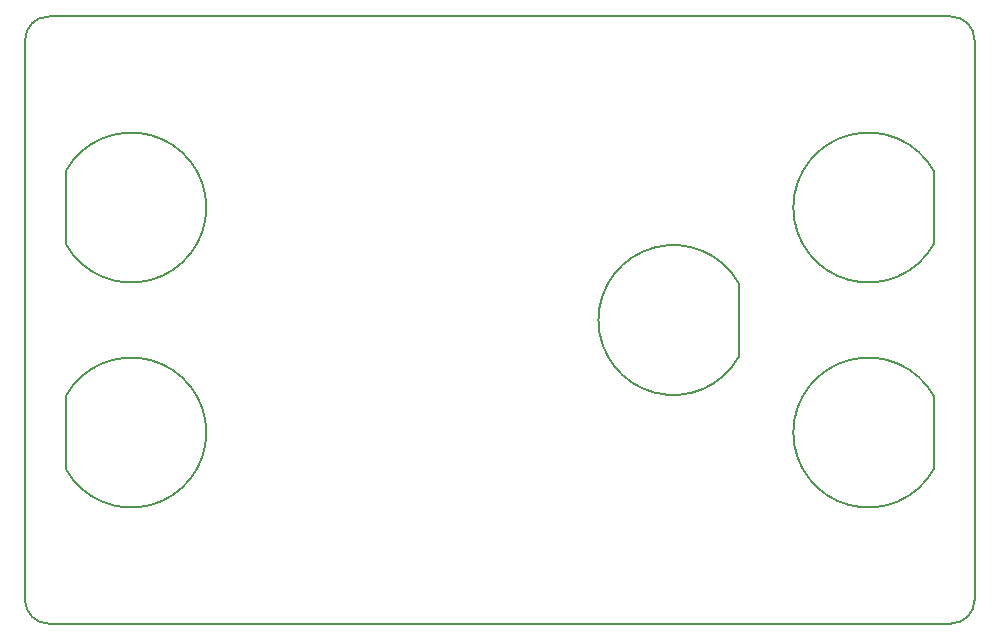
<source format=gbr>
G04 #@! TF.GenerationSoftware,KiCad,Pcbnew,(5.1.5-1-g2528d3844)*
G04 #@! TF.CreationDate,2020-01-07T19:19:00-05:00*
G04 #@! TF.ProjectId,diode-or,64696f64-652d-46f7-922e-6b696361645f,v1.0.0*
G04 #@! TF.SameCoordinates,Original*
G04 #@! TF.FileFunction,Profile,NP*
%FSLAX46Y46*%
G04 Gerber Fmt 4.6, Leading zero omitted, Abs format (unit mm)*
G04 Created by KiCad (PCBNEW (5.1.5-1-g2528d3844)) date 2020-01-07 19:19:00*
%MOMM*%
%LPD*%
G04 APERTURE LIST*
%ADD10C,0.200000*%
G04 APERTURE END LIST*
D10*
X123450001Y-100739550D02*
X123450001Y-106910449D01*
X123450001Y-100739551D02*
G75*
G02X123450001Y-106910449I5549999J-3085449D01*
G01*
X123450001Y-81689551D02*
G75*
G02X123450001Y-87860450I5549999J-3085449D01*
G01*
X123450000Y-81689551D02*
X123450000Y-87860450D01*
X180452216Y-91214551D02*
X180452216Y-97385449D01*
X180452216Y-97385450D02*
G75*
G02X180452216Y-91214551I-5550000J3085450D01*
G01*
X196950000Y-81689551D02*
X196950000Y-87860450D01*
X196950000Y-87860450D02*
G75*
G02X196950000Y-81689551I-5550000J3085450D01*
G01*
X196950000Y-100739550D02*
X196950000Y-106910449D01*
X196950000Y-106910450D02*
G75*
G02X196950000Y-100739550I-5550000J3085450D01*
G01*
X198400000Y-120000000D02*
X122000000Y-120000000D01*
X200400000Y-118000000D02*
G75*
G02X198400000Y-120000000I-2000000J0D01*
G01*
X122000000Y-120000000D02*
G75*
G02X120000000Y-118000000I0J2000000D01*
G01*
X198400000Y-68600000D02*
G75*
G02X200400000Y-70600000I0J-2000000D01*
G01*
X120000000Y-70600000D02*
G75*
G02X122000000Y-68600000I2000000J0D01*
G01*
X120000000Y-118000000D02*
X120000000Y-70600000D01*
X122000000Y-68600000D02*
X198400000Y-68600000D01*
X200400000Y-70600000D02*
X200400000Y-118000000D01*
M02*

</source>
